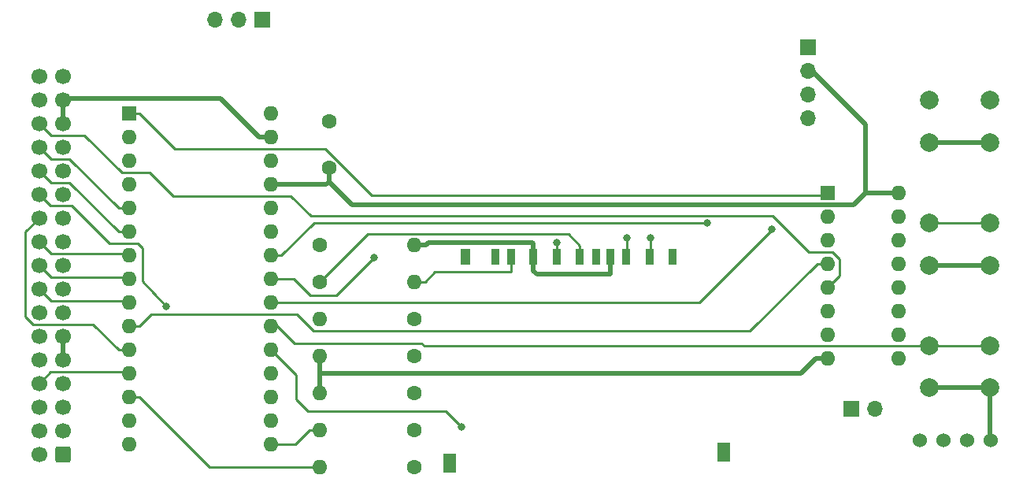
<source format=gbr>
%TF.GenerationSoftware,KiCad,Pcbnew,9.0.0*%
%TF.CreationDate,2025-03-11T00:37:20+03:00*%
%TF.ProjectId,delta_flop_arduino2,64656c74-615f-4666-9c6f-705f61726475,1*%
%TF.SameCoordinates,Original*%
%TF.FileFunction,Copper,L1,Top*%
%TF.FilePolarity,Positive*%
%FSLAX46Y46*%
G04 Gerber Fmt 4.6, Leading zero omitted, Abs format (unit mm)*
G04 Created by KiCad (PCBNEW 9.0.0) date 2025-03-11 00:37:20*
%MOMM*%
%LPD*%
G01*
G04 APERTURE LIST*
G04 Aperture macros list*
%AMRoundRect*
0 Rectangle with rounded corners*
0 $1 Rounding radius*
0 $2 $3 $4 $5 $6 $7 $8 $9 X,Y pos of 4 corners*
0 Add a 4 corners polygon primitive as box body*
4,1,4,$2,$3,$4,$5,$6,$7,$8,$9,$2,$3,0*
0 Add four circle primitives for the rounded corners*
1,1,$1+$1,$2,$3*
1,1,$1+$1,$4,$5*
1,1,$1+$1,$6,$7*
1,1,$1+$1,$8,$9*
0 Add four rect primitives between the rounded corners*
20,1,$1+$1,$2,$3,$4,$5,0*
20,1,$1+$1,$4,$5,$6,$7,0*
20,1,$1+$1,$6,$7,$8,$9,0*
20,1,$1+$1,$8,$9,$2,$3,0*%
G04 Aperture macros list end*
%TA.AperFunction,ComponentPad*%
%ADD10C,1.524000*%
%TD*%
%TA.AperFunction,SMDPad,CuDef*%
%ADD11R,0.900000X1.800000*%
%TD*%
%TA.AperFunction,SMDPad,CuDef*%
%ADD12R,1.100000X1.800000*%
%TD*%
%TA.AperFunction,SMDPad,CuDef*%
%ADD13R,1.400000X2.000000*%
%TD*%
%TA.AperFunction,ComponentPad*%
%ADD14C,1.600000*%
%TD*%
%TA.AperFunction,ComponentPad*%
%ADD15O,1.600000X1.600000*%
%TD*%
%TA.AperFunction,ComponentPad*%
%ADD16RoundRect,0.250000X0.600000X0.600000X-0.600000X0.600000X-0.600000X-0.600000X0.600000X-0.600000X0*%
%TD*%
%TA.AperFunction,ComponentPad*%
%ADD17C,1.700000*%
%TD*%
%TA.AperFunction,ComponentPad*%
%ADD18R,1.600000X1.600000*%
%TD*%
%TA.AperFunction,ComponentPad*%
%ADD19R,1.700000X1.700000*%
%TD*%
%TA.AperFunction,ComponentPad*%
%ADD20O,1.700000X1.700000*%
%TD*%
%TA.AperFunction,ComponentPad*%
%ADD21C,2.000000*%
%TD*%
%TA.AperFunction,ViaPad*%
%ADD22C,0.800000*%
%TD*%
%TA.AperFunction,Conductor*%
%ADD23C,0.500000*%
%TD*%
%TA.AperFunction,Conductor*%
%ADD24C,0.250000*%
%TD*%
G04 APERTURE END LIST*
D10*
%TO.P,J3,1,Pin_1*%
%TO.N,+5V*%
X197462500Y-101825000D03*
%TO.P,J3,2,Pin_2*%
%TO.N,unconnected-(J3-Pin_2-Pad2)*%
X200002500Y-101825000D03*
%TO.P,J3,3,Pin_3*%
%TO.N,unconnected-(J3-Pin_3-Pad3)*%
X202542500Y-101825000D03*
%TO.P,J3,4,Pin_4*%
%TO.N,GND*%
X205082500Y-101825000D03*
%TD*%
D11*
%TO.P,J2,1,CD/DAT3*%
%TO.N,Net-(J2-CD{slash}DAT3)*%
X168441000Y-82067200D03*
%TO.P,J2,2,CMD*%
%TO.N,Net-(J2-CMD)*%
X165941000Y-82067200D03*
%TO.P,J2,3,VSS*%
%TO.N,GND*%
X164191000Y-82067200D03*
%TO.P,J2,4,VDD*%
%TO.N,3.3V*%
X160941000Y-82067200D03*
%TO.P,J2,5,CLK*%
%TO.N,Net-(J2-CLK)*%
X158441000Y-82067200D03*
%TO.P,J2,6,VSS*%
%TO.N,GND*%
X155941000Y-82067200D03*
%TO.P,J2,7,DAT0*%
%TO.N,MISO*%
X153521000Y-82067200D03*
%TO.P,J2,8,DAT1*%
%TO.N,unconnected-(J2-DAT1-Pad8)*%
X151821000Y-82067200D03*
%TO.P,J2,9,DAT2*%
%TO.N,unconnected-(J2-DAT2-Pad9)*%
X170941000Y-82067200D03*
%TO.P,J2,10,CARD_DETECT*%
%TO.N,unconnected-(J2-CARD_DETECT-Pad10)*%
X162691000Y-82067200D03*
D12*
%TO.P,J2,11,WRITE_PROTECT*%
%TO.N,unconnected-(J2-WRITE_PROTECT-Pad11)*%
X148671000Y-82067200D03*
D13*
%TO.P,J2,12,SHELL1*%
%TO.N,unconnected-(J2-SHELL1-Pad12)*%
X176421000Y-103067200D03*
%TO.P,J2,13,SHELL2*%
%TO.N,unconnected-(J2-SHELL2-Pad13)*%
X146921000Y-104217200D03*
%TD*%
D14*
%TO.P,R3,1*%
%TO.N,Net-(J2-CMD)*%
X143160000Y-88716700D03*
D15*
%TO.P,R3,2*%
%TO.N,MOSI*%
X133000000Y-88716700D03*
%TD*%
D14*
%TO.P,R4,1*%
%TO.N,Net-(J2-CMD)*%
X143160000Y-92700000D03*
D15*
%TO.P,R4,2*%
%TO.N,GND*%
X133000000Y-92700000D03*
%TD*%
D16*
%TO.P,D1,1,GND*%
%TO.N,GND*%
X105340000Y-103265800D03*
D17*
%TO.P,D1,2,DENSITY_SELECT*%
%TO.N,unconnected-(D1-DENSITY_SELECT-Pad2)*%
X102800000Y-103265800D03*
%TO.P,D1,3,GND*%
%TO.N,GND*%
X105340000Y-100725800D03*
%TO.P,D1,4,N/C*%
%TO.N,unconnected-(D1-N{slash}C-Pad4)*%
X102800000Y-100725800D03*
%TO.P,D1,5,GND*%
%TO.N,GND*%
X105340000Y-98185800D03*
%TO.P,D1,6,N/C*%
%TO.N,unconnected-(D1-N{slash}C-Pad6)*%
X102800000Y-98185800D03*
%TO.P,D1,7,GND*%
%TO.N,GND*%
X105340000Y-95645800D03*
%TO.P,D1,8,INDEX*%
%TO.N,D9*%
X102800000Y-95645800D03*
%TO.P,D1,9,GND*%
%TO.N,GND*%
X105340000Y-93105800D03*
%TO.P,D1,10,DRIVE_SELECT_0*%
%TO.N,Net-(D1-DRIVE_SELECT_0)*%
X102800000Y-93105800D03*
%TO.P,D1,11,GND*%
%TO.N,GND*%
X105340000Y-90565800D03*
%TO.P,D1,12,DRIVE_SELECT_1*%
%TO.N,Net-(D1-DRIVE_SELECT_1)*%
X102800000Y-90565800D03*
%TO.P,D1,13,GND*%
%TO.N,GND*%
X105340000Y-88025800D03*
%TO.P,D1,14,DRIVE_SELECT_2*%
%TO.N,unconnected-(D1-DRIVE_SELECT_2-Pad14)*%
X102800000Y-88025800D03*
%TO.P,D1,15,GND*%
%TO.N,GND*%
X105340000Y-85485800D03*
%TO.P,D1,16,MOTOR*%
%TO.N,D6*%
X102800000Y-85485800D03*
%TO.P,D1,17,GND*%
%TO.N,GND*%
X105340000Y-82945800D03*
%TO.P,D1,18,DIRECTION*%
%TO.N,D5*%
X102800000Y-82945800D03*
%TO.P,D1,19,GND*%
%TO.N,GND*%
X105340000Y-80405800D03*
%TO.P,D1,20,STEP*%
%TO.N,D4*%
X102800000Y-80405800D03*
%TO.P,D1,21,GND*%
%TO.N,GND*%
X105340000Y-77865800D03*
%TO.P,D1,22,WRITE_DATA*%
%TO.N,D8*%
X102800000Y-77865800D03*
%TO.P,D1,23,GND*%
%TO.N,GND*%
X105340000Y-75325800D03*
%TO.P,D1,24,WRITE_GATE*%
%TO.N,A0*%
X102800000Y-75325800D03*
%TO.P,D1,25,GND*%
%TO.N,GND*%
X105340000Y-72785800D03*
%TO.P,D1,26,TRACK*%
%TO.N,D3*%
X102800000Y-72785800D03*
%TO.P,D1,27,GND*%
%TO.N,GND*%
X105340000Y-70245800D03*
%TO.P,D1,28,WRITE_PROTECT*%
%TO.N,D2*%
X102800000Y-70245800D03*
%TO.P,D1,29,GND*%
%TO.N,GND*%
X105340000Y-67705800D03*
%TO.P,D1,30,READ_DATA*%
%TO.N,TX*%
X102800000Y-67705800D03*
%TO.P,D1,31,GND*%
%TO.N,GND*%
X105340000Y-65165800D03*
%TO.P,D1,32,HEAD_SELECT*%
%TO.N,RX*%
X102800000Y-65165800D03*
%TO.P,D1,33,GND*%
%TO.N,GND*%
X105340000Y-62625800D03*
%TO.P,D1,34,DISK_CHANGE*%
%TO.N,unconnected-(D1-DISK_CHANGE-Pad34)*%
X102800000Y-62625800D03*
%TD*%
D18*
%TO.P,U1,1,D1/TX*%
%TO.N,D2.1*%
X112500000Y-66650000D03*
D15*
%TO.P,U1,2,D0/RX*%
%TO.N,RX*%
X112500000Y-69190000D03*
%TO.P,U1,3,~{RESET}*%
%TO.N,unconnected-(U1-~{RESET}-Pad3)*%
X112500000Y-71730000D03*
%TO.P,U1,4,GND*%
%TO.N,GND*%
X112500000Y-74270000D03*
%TO.P,U1,5,D2*%
%TO.N,D2*%
X112500000Y-76810000D03*
%TO.P,U1,6,~D3*%
%TO.N,D3*%
X112500000Y-79350000D03*
%TO.P,U1,7,D4*%
%TO.N,D4*%
X112500000Y-81890000D03*
%TO.P,U1,8,~D5*%
%TO.N,D5*%
X112500000Y-84430000D03*
%TO.P,U1,9,~D6*%
%TO.N,D6*%
X112500000Y-86970000D03*
%TO.P,U1,10,D7*%
%TO.N,D2.4*%
X112500000Y-89510000D03*
%TO.P,U1,11,D8*%
%TO.N,D8*%
X112500000Y-92050000D03*
%TO.P,U1,12,~D9*%
%TO.N,D9*%
X112500000Y-94590000D03*
%TO.P,U1,13,~D10*%
%TO.N,D10*%
X112500000Y-97130000D03*
%TO.P,U1,14,~D11*%
%TO.N,MOSI*%
X112500000Y-99670000D03*
%TO.P,U1,15,D12*%
%TO.N,MISO*%
X112500000Y-102210000D03*
%TO.P,U1,16,D13*%
%TO.N,SCK*%
X127740000Y-102210000D03*
%TO.P,U1,17,3V3*%
%TO.N,3.3V*%
X127740000Y-99670000D03*
%TO.P,U1,18,AREF*%
%TO.N,unconnected-(U1-AREF-Pad18)*%
X127740000Y-97130000D03*
%TO.P,U1,19,A0/D14*%
%TO.N,A0*%
X127740000Y-94590000D03*
%TO.P,U1,20,A1/D15*%
%TO.N,Net-(U1-A1{slash}D15)*%
X127740000Y-92050000D03*
%TO.P,U1,21,A2/D16*%
%TO.N,Net-(U1-A2{slash}D16)*%
X127740000Y-89510000D03*
%TO.P,U1,22,A3/D17*%
%TO.N,Net-(U1-A3{slash}D17)*%
X127740000Y-86970000D03*
%TO.P,U1,23,A4/D18*%
%TO.N,SDA*%
X127740000Y-84430000D03*
%TO.P,U1,24,A5/D19*%
%TO.N,SCL*%
X127740000Y-81890000D03*
%TO.P,U1,25,A6/D20*%
%TO.N,unconnected-(U1-A6{slash}D20-Pad25)*%
X127740000Y-79350000D03*
%TO.P,U1,26,A7/D21*%
%TO.N,unconnected-(U1-A7{slash}D21-Pad26)*%
X127740000Y-76810000D03*
%TO.P,U1,27,+5V*%
%TO.N,+5V*%
X127740000Y-74270000D03*
%TO.P,U1,28,~{RESET}*%
%TO.N,unconnected-(U1-~{RESET}-Pad28)*%
X127740000Y-71730000D03*
%TO.P,U1,29,GND*%
%TO.N,GND*%
X127740000Y-69190000D03*
%TO.P,U1,30,VIN*%
%TO.N,unconnected-(U1-VIN-Pad30)*%
X127740000Y-66650000D03*
%TD*%
D14*
%TO.P,R2,1*%
%TO.N,3.3V*%
X133000000Y-84733300D03*
D15*
%TO.P,R2,2*%
%TO.N,MISO*%
X143160000Y-84733300D03*
%TD*%
D14*
%TO.P,R5,1*%
%TO.N,Net-(J2-CD{slash}DAT3)*%
X143160000Y-96683300D03*
D15*
%TO.P,R5,2*%
%TO.N,GND*%
X133000000Y-96683300D03*
%TD*%
D14*
%TO.P,R1,1*%
%TO.N,Net-(J2-CLK)*%
X133000000Y-80750000D03*
D15*
%TO.P,R1,2*%
%TO.N,GND*%
X143160000Y-80750000D03*
%TD*%
D19*
%TO.P,J1,1,Pin_1*%
%TO.N,GND*%
X185500000Y-59550000D03*
D20*
%TO.P,J1,2,Pin_2*%
%TO.N,+5V*%
X185500000Y-62090000D03*
%TO.P,J1,3,Pin_3*%
%TO.N,SDA*%
X185500000Y-64630000D03*
%TO.P,J1,4,Pin_4*%
%TO.N,SCL*%
X185500000Y-67170000D03*
%TD*%
D14*
%TO.P,R7,1*%
%TO.N,Net-(J2-CD{slash}DAT3)*%
X143160000Y-104650000D03*
D15*
%TO.P,R7,2*%
%TO.N,D10*%
X133000000Y-104650000D03*
%TD*%
D19*
%TO.P,JP2,1,A*%
%TO.N,D2.1*%
X190114000Y-98425000D03*
D20*
%TO.P,JP2,2,B*%
%TO.N,TX*%
X192654000Y-98425000D03*
%TD*%
D19*
%TO.P,JP1,1,A*%
%TO.N,Net-(D1-DRIVE_SELECT_1)*%
X126775000Y-56550000D03*
D20*
%TO.P,JP1,2,C*%
%TO.N,D2.4*%
X124235000Y-56550000D03*
%TO.P,JP1,3,B*%
%TO.N,Net-(D1-DRIVE_SELECT_0)*%
X121695000Y-56550000D03*
%TD*%
D14*
%TO.P,R6,1*%
%TO.N,Net-(J2-CLK)*%
X143160000Y-100666700D03*
D15*
%TO.P,R6,2*%
%TO.N,SCK*%
X133000000Y-100666700D03*
%TD*%
D14*
%TO.P,C1,1*%
%TO.N,+5V*%
X133985000Y-72477000D03*
%TO.P,C1,2*%
%TO.N,GND*%
X133985000Y-67477000D03*
%TD*%
D18*
%TO.P,D2,1,D1*%
%TO.N,D2.1*%
X187579000Y-75184000D03*
D15*
%TO.P,D2,2*%
%TO.N,Net-(D2-D2)*%
X187579000Y-77724000D03*
%TO.P,D2,3,D2*%
X187579000Y-80264000D03*
%TO.P,D2,4,E*%
%TO.N,D2.4*%
X187579000Y-82804000D03*
%TO.P,D2,5*%
%TO.N,TX*%
X187579000Y-85344000D03*
%TO.P,D2,6,D3*%
%TO.N,unconnected-(D2-D3-Pad6)*%
X187579000Y-87884000D03*
%TO.P,D2,7*%
%TO.N,unconnected-(D2-Pad7)*%
X187579000Y-90424000D03*
%TO.P,D2,8,GND*%
%TO.N,GND*%
X187579000Y-92964000D03*
%TO.P,D2,9*%
%TO.N,unconnected-(D2-Pad9)*%
X195199000Y-92964000D03*
%TO.P,D2,10,D4*%
%TO.N,unconnected-(D2-D4-Pad10)*%
X195199000Y-90424000D03*
%TO.P,D2,11*%
%TO.N,unconnected-(D2-Pad11)*%
X195199000Y-87884000D03*
%TO.P,D2,12,C*%
%TO.N,GND*%
X195199000Y-85344000D03*
%TO.P,D2,13,D5*%
%TO.N,unconnected-(D2-D5-Pad13)*%
X195199000Y-82804000D03*
%TO.P,D2,14*%
%TO.N,unconnected-(D2-Pad14)*%
X195199000Y-80264000D03*
%TO.P,D2,15,D6*%
%TO.N,unconnected-(D2-D6-Pad15)*%
X195199000Y-77724000D03*
%TO.P,D2,16,VDD*%
%TO.N,+5V*%
X195199000Y-75184000D03*
%TD*%
D21*
%TO.P,SW2,1,1*%
%TO.N,Net-(U1-A1{slash}D15)*%
X205000000Y-78450000D03*
X198500000Y-78450000D03*
%TO.P,SW2,2,2*%
%TO.N,GND*%
X205000000Y-82950000D03*
X198500000Y-82950000D03*
%TD*%
%TO.P,SW3,1,1*%
%TO.N,Net-(U1-A2{slash}D16)*%
X205000000Y-91650000D03*
X198500000Y-91650000D03*
%TO.P,SW3,2,2*%
%TO.N,GND*%
X205000000Y-96150000D03*
X198500000Y-96150000D03*
%TD*%
%TO.P,SW1,1,1*%
%TO.N,Net-(U1-A3{slash}D17)*%
X205000000Y-65250000D03*
X198500000Y-65250000D03*
%TO.P,SW1,2,2*%
%TO.N,GND*%
X205000000Y-69750000D03*
X198500000Y-69750000D03*
%TD*%
D22*
%TO.N,A0*%
X116459000Y-87376000D03*
%TO.N,SDA*%
X138811000Y-82169000D03*
%TO.N,Net-(J2-CD{slash}DAT3)*%
X168529000Y-80010000D03*
%TO.N,SCL*%
X174625000Y-78410200D03*
%TO.N,Net-(J2-CMD)*%
X165989000Y-80010000D03*
%TO.N,Net-(J2-CLK)*%
X158496000Y-80518000D03*
%TO.N,Net-(U1-A3{slash}D17)*%
X181566850Y-79077850D03*
%TO.N,Net-(U1-A1{slash}D15)*%
X148209000Y-100330000D03*
%TD*%
D23*
%TO.N,GND*%
X155941000Y-80645000D02*
X155941000Y-82067200D01*
X205000000Y-101742500D02*
X205082500Y-101825000D01*
X105340000Y-65398100D02*
X105340000Y-65165800D01*
X144411900Y-80750000D02*
X144643900Y-80518000D01*
X133000000Y-92700000D02*
X133000000Y-96683300D01*
X105340000Y-65398100D02*
X105714100Y-65024000D01*
X205000000Y-96150000D02*
X205000000Y-101742500D01*
X122322100Y-65024000D02*
X126488100Y-69190000D01*
X205000000Y-82950000D02*
X198500000Y-82950000D01*
X133000000Y-94615000D02*
X184676100Y-94615000D01*
X143160000Y-80750000D02*
X144411900Y-80750000D01*
X105340000Y-67705800D02*
X105340000Y-65398100D01*
X105340000Y-90565800D02*
X105340000Y-93105800D01*
X126488100Y-69190000D02*
X127740000Y-69190000D01*
X164191000Y-83947000D02*
X164191000Y-82067200D01*
X105714100Y-65024000D02*
X122322100Y-65024000D01*
X186327100Y-92964000D02*
X187579000Y-92964000D01*
X144643900Y-80518000D02*
X155814000Y-80518000D01*
X155941000Y-82067200D02*
X155941000Y-83551000D01*
X155814000Y-80518000D02*
X155941000Y-80645000D01*
X155941000Y-83551000D02*
X156337000Y-83947000D01*
X156337000Y-83947000D02*
X164191000Y-83947000D01*
X198500000Y-96150000D02*
X205000000Y-96150000D01*
X198500000Y-69750000D02*
X205000000Y-69750000D01*
X184676100Y-94615000D02*
X186327100Y-92964000D01*
%TO.N,+5V*%
X190340500Y-76454000D02*
X136466500Y-76454000D01*
X191610500Y-75184000D02*
X190340500Y-76454000D01*
X136466500Y-76454000D02*
X136387100Y-76374600D01*
X133985000Y-73972500D02*
X133985000Y-72477000D01*
X191610500Y-67806400D02*
X191610500Y-75184000D01*
X133985000Y-73972500D02*
X133687500Y-74270000D01*
X195199000Y-75184000D02*
X194072100Y-75184000D01*
X133687500Y-74270000D02*
X127740000Y-74270000D01*
X194072100Y-75184000D02*
X191610500Y-75184000D01*
X185500000Y-62090000D02*
X185894100Y-62090000D01*
X136387100Y-76374600D02*
X133985000Y-73972500D01*
X185894100Y-62090000D02*
X191610500Y-67806400D01*
D24*
%TO.N,D9*%
X112339300Y-94429300D02*
X104016500Y-94429300D01*
X112500000Y-94590000D02*
X112339300Y-94429300D01*
X104016500Y-94429300D02*
X102800000Y-95645800D01*
%TO.N,D6*%
X112285800Y-86755800D02*
X104070000Y-86755800D01*
X112500000Y-86970000D02*
X112285800Y-86755800D01*
X104070000Y-86755800D02*
X102800000Y-85485800D01*
%TO.N,D5*%
X112285800Y-84215800D02*
X104070000Y-84215800D01*
X104070000Y-84215800D02*
X102800000Y-82945800D01*
X112500000Y-84430000D02*
X112285800Y-84215800D01*
%TO.N,D4*%
X112285800Y-81675800D02*
X104070000Y-81675800D01*
X112500000Y-81890000D02*
X112285800Y-81675800D01*
X104070000Y-81675800D02*
X102800000Y-80405800D01*
%TO.N,D8*%
X101346000Y-88519000D02*
X101346000Y-79319800D01*
X108618900Y-89295800D02*
X102122800Y-89295800D01*
X102122800Y-89295800D02*
X101346000Y-88519000D01*
X101346000Y-79319800D02*
X102800000Y-77865800D01*
X111373100Y-92050000D02*
X108618900Y-89295800D01*
X112500000Y-92050000D02*
X111373100Y-92050000D01*
%TO.N,A0*%
X110338000Y-80620000D02*
X113386000Y-80620000D01*
X113919000Y-81153000D02*
X113919000Y-84709000D01*
X106263600Y-76545600D02*
X110338000Y-80620000D01*
X113919000Y-84709000D02*
X116459000Y-87376000D01*
X104019800Y-76545600D02*
X106263600Y-76545600D01*
X116459000Y-87376000D02*
X116459000Y-87249000D01*
X113386000Y-80620000D02*
X113919000Y-81153000D01*
X102800000Y-75325800D02*
X104019800Y-76545600D01*
%TO.N,D3*%
X104070000Y-74055800D02*
X102800000Y-72785800D01*
X112500000Y-79350000D02*
X111373100Y-79350000D01*
X106078900Y-74055800D02*
X104070000Y-74055800D01*
X111373100Y-79350000D02*
X106078900Y-74055800D01*
%TO.N,D2*%
X102800000Y-70245800D02*
X104071500Y-71517300D01*
X104071500Y-71517300D02*
X106080400Y-71517300D01*
X106080400Y-71517300D02*
X111373100Y-76810000D01*
X112500000Y-76810000D02*
X111373100Y-76810000D01*
%TO.N,TX*%
X104070000Y-68975800D02*
X102800000Y-67705800D01*
X187579000Y-85344000D02*
X188849000Y-84074000D01*
X111693700Y-73000000D02*
X107669500Y-68975800D01*
X132022700Y-77683300D02*
X129879400Y-75540000D01*
X114710200Y-73000000D02*
X111693700Y-73000000D01*
X117250200Y-75540000D02*
X114710200Y-73000000D01*
X185547000Y-81534000D02*
X181696300Y-77683300D01*
X188849000Y-84074000D02*
X188849000Y-82296000D01*
X107669500Y-68975800D02*
X104070000Y-68975800D01*
X188087000Y-81534000D02*
X185547000Y-81534000D01*
X181696300Y-77683300D02*
X132022700Y-77683300D01*
X188849000Y-82296000D02*
X188087000Y-81534000D01*
X129879400Y-75540000D02*
X117250200Y-75540000D01*
%TO.N,SDA*%
X134747000Y-86233000D02*
X138811000Y-82169000D01*
X131953000Y-86233000D02*
X134747000Y-86233000D01*
X130150000Y-84430000D02*
X131953000Y-86233000D01*
X127740000Y-84430000D02*
X130150000Y-84430000D01*
%TO.N,Net-(J2-CD{slash}DAT3)*%
X168529000Y-81979200D02*
X168441000Y-82067200D01*
X168529000Y-80010000D02*
X168529000Y-81979200D01*
%TO.N,MISO*%
X153521000Y-82067200D02*
X153521000Y-83693000D01*
X144286900Y-84733300D02*
X143160000Y-84733300D01*
X153521000Y-83693000D02*
X145327200Y-83693000D01*
X145327200Y-83693000D02*
X144286900Y-84733300D01*
%TO.N,SCL*%
X132346700Y-78410200D02*
X128866900Y-81890000D01*
X128866900Y-81890000D02*
X127740000Y-81890000D01*
X174625000Y-78410200D02*
X132346700Y-78410200D01*
%TO.N,Net-(J2-CMD)*%
X165989000Y-82019200D02*
X165941000Y-82067200D01*
X165989000Y-80010000D02*
X165989000Y-82019200D01*
%TO.N,Net-(J2-CLK)*%
X158496000Y-82012200D02*
X158441000Y-82067200D01*
X158441000Y-82067200D02*
X158441000Y-80840300D01*
X158496000Y-80518000D02*
X158496000Y-82012200D01*
%TO.N,Net-(U1-A2{slash}D16)*%
X205000000Y-91650000D02*
X198500000Y-91650000D01*
X130265200Y-91334600D02*
X143912600Y-91334600D01*
X128440600Y-89510000D02*
X130265200Y-91334600D01*
X144228000Y-91650000D02*
X198500000Y-91650000D01*
X143912600Y-91334600D02*
X144228000Y-91650000D01*
X127740000Y-89510000D02*
X128440600Y-89510000D01*
%TO.N,Net-(U1-A3{slash}D17)*%
X173761000Y-86970000D02*
X127740000Y-86970000D01*
X181566850Y-79077850D02*
X181566850Y-79164150D01*
X181566850Y-79164150D02*
X173761000Y-86970000D01*
%TO.N,Net-(U1-A1{slash}D15)*%
X131699000Y-98679000D02*
X130429000Y-97409000D01*
X198500000Y-78450000D02*
X198500000Y-78868000D01*
X130429000Y-94739000D02*
X127740000Y-92050000D01*
X205000000Y-78450000D02*
X198500000Y-78450000D01*
X146558000Y-98679000D02*
X131699000Y-98679000D01*
X148209000Y-100330000D02*
X146558000Y-98679000D01*
X130429000Y-97409000D02*
X130429000Y-94739000D01*
%TO.N,D2.1*%
X133577600Y-70460000D02*
X117436900Y-70460000D01*
X187276600Y-75486400D02*
X138604000Y-75486400D01*
X117436900Y-70460000D02*
X113626900Y-66650000D01*
X113626900Y-66650000D02*
X112500000Y-66650000D01*
X187579000Y-75184000D02*
X187276600Y-75486400D01*
X138604000Y-75486400D02*
X133577600Y-70460000D01*
%TO.N,3.3V*%
X138125900Y-79607400D02*
X159708100Y-79607400D01*
X133000000Y-84733300D02*
X138125900Y-79607400D01*
X159708100Y-79607400D02*
X160941000Y-80840300D01*
X160941000Y-82067200D02*
X160941000Y-80840300D01*
%TO.N,SCK*%
X130329800Y-102210000D02*
X131873100Y-100666700D01*
X127740000Y-102210000D02*
X130329800Y-102210000D01*
X133000000Y-100666700D02*
X131873100Y-100666700D01*
%TO.N,D10*%
X113626900Y-97130000D02*
X121146900Y-104650000D01*
X121146900Y-104650000D02*
X133000000Y-104650000D01*
X112500000Y-97130000D02*
X113626900Y-97130000D01*
%TO.N,D2.4*%
X187579000Y-82804000D02*
X186452100Y-82804000D01*
X130556000Y-88265000D02*
X114871900Y-88265000D01*
X114871900Y-88265000D02*
X113626900Y-89510000D01*
X186452100Y-82804000D02*
X179213100Y-90043000D01*
X132334000Y-90043000D02*
X130556000Y-88265000D01*
X179213100Y-90043000D02*
X132334000Y-90043000D01*
X113626900Y-89510000D02*
X112500000Y-89510000D01*
%TD*%
M02*

</source>
